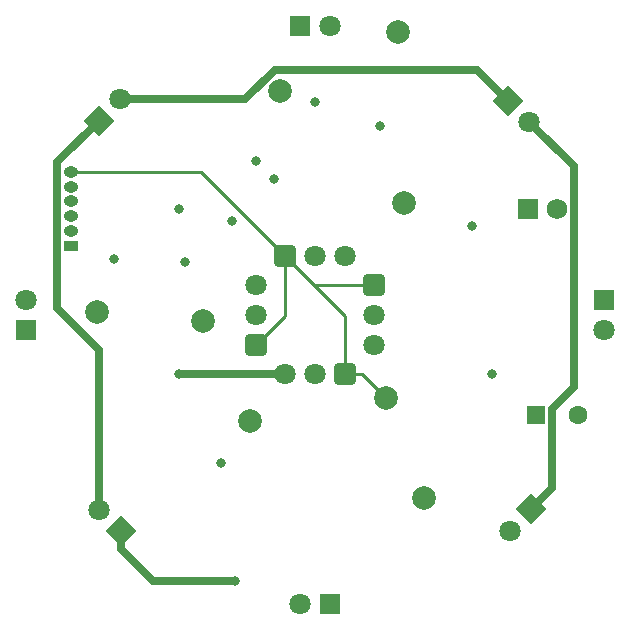
<source format=gbr>
%TF.GenerationSoftware,KiCad,Pcbnew,(6.0.1)*%
%TF.CreationDate,2022-07-03T20:59:54-07:00*%
%TF.ProjectId,EmitterDriverV2,456d6974-7465-4724-9472-697665725632,rev?*%
%TF.SameCoordinates,Original*%
%TF.FileFunction,Copper,L4,Bot*%
%TF.FilePolarity,Positive*%
%FSLAX46Y46*%
G04 Gerber Fmt 4.6, Leading zero omitted, Abs format (unit mm)*
G04 Created by KiCad (PCBNEW (6.0.1)) date 2022-07-03 20:59:54*
%MOMM*%
%LPD*%
G01*
G04 APERTURE LIST*
G04 Aperture macros list*
%AMRoundRect*
0 Rectangle with rounded corners*
0 $1 Rounding radius*
0 $2 $3 $4 $5 $6 $7 $8 $9 X,Y pos of 4 corners*
0 Add a 4 corners polygon primitive as box body*
4,1,4,$2,$3,$4,$5,$6,$7,$8,$9,$2,$3,0*
0 Add four circle primitives for the rounded corners*
1,1,$1+$1,$2,$3*
1,1,$1+$1,$4,$5*
1,1,$1+$1,$6,$7*
1,1,$1+$1,$8,$9*
0 Add four rect primitives between the rounded corners*
20,1,$1+$1,$2,$3,$4,$5,0*
20,1,$1+$1,$4,$5,$6,$7,0*
20,1,$1+$1,$6,$7,$8,$9,0*
20,1,$1+$1,$8,$9,$2,$3,0*%
%AMRotRect*
0 Rectangle, with rotation*
0 The origin of the aperture is its center*
0 $1 length*
0 $2 width*
0 $3 Rotation angle, in degrees counterclockwise*
0 Add horizontal line*
21,1,$1,$2,0,0,$3*%
G04 Aperture macros list end*
%TA.AperFunction,ComponentPad*%
%ADD10R,1.600000X1.600000*%
%TD*%
%TA.AperFunction,ComponentPad*%
%ADD11C,1.600000*%
%TD*%
%TA.AperFunction,ComponentPad*%
%ADD12C,1.800000*%
%TD*%
%TA.AperFunction,ComponentPad*%
%ADD13RotRect,1.800000X1.800000X45.000000*%
%TD*%
%TA.AperFunction,ComponentPad*%
%ADD14C,2.000000*%
%TD*%
%TA.AperFunction,ComponentPad*%
%ADD15RoundRect,0.248400X-0.651600X0.651600X-0.651600X-0.651600X0.651600X-0.651600X0.651600X0.651600X0*%
%TD*%
%TA.AperFunction,ComponentPad*%
%ADD16RoundRect,0.248400X-0.651600X-0.651600X0.651600X-0.651600X0.651600X0.651600X-0.651600X0.651600X0*%
%TD*%
%TA.AperFunction,ComponentPad*%
%ADD17RoundRect,0.248400X0.651600X-0.651600X0.651600X0.651600X-0.651600X0.651600X-0.651600X-0.651600X0*%
%TD*%
%TA.AperFunction,ComponentPad*%
%ADD18RoundRect,0.248400X0.651600X0.651600X-0.651600X0.651600X-0.651600X-0.651600X0.651600X-0.651600X0*%
%TD*%
%TA.AperFunction,ComponentPad*%
%ADD19R,1.800000X1.800000*%
%TD*%
%TA.AperFunction,ComponentPad*%
%ADD20RotRect,1.800000X1.800000X135.000000*%
%TD*%
%TA.AperFunction,ComponentPad*%
%ADD21RotRect,1.800000X1.800000X315.000000*%
%TD*%
%TA.AperFunction,ComponentPad*%
%ADD22RotRect,1.800000X1.800000X225.000000*%
%TD*%
%TA.AperFunction,ComponentPad*%
%ADD23O,1.250000X0.950000*%
%TD*%
%TA.AperFunction,ComponentPad*%
%ADD24R,1.250000X0.950000*%
%TD*%
%TA.AperFunction,ComponentPad*%
%ADD25C,1.750000*%
%TD*%
%TA.AperFunction,ComponentPad*%
%ADD26R,1.750000X1.750000*%
%TD*%
%TA.AperFunction,ViaPad*%
%ADD27C,0.800000*%
%TD*%
%TA.AperFunction,Conductor*%
%ADD28C,0.254000*%
%TD*%
%TA.AperFunction,Conductor*%
%ADD29C,0.635000*%
%TD*%
G04 APERTURE END LIST*
D10*
%TO.P,C2,1*%
%TO.N,+BATT*%
X158750000Y-78500000D03*
D11*
%TO.P,C2,2*%
%TO.N,GND*%
X162250000Y-78500000D03*
%TD*%
D12*
%TO.P,D5,2,A*%
%TO.N,Net-(D4-Pad1)*%
X123500000Y-51750000D03*
D13*
%TO.P,D5,1,K*%
%TO.N,Net-(D5-Pad1)*%
X121703949Y-53546051D03*
%TD*%
D14*
%TO.P,TP8,1,1*%
%TO.N,/RX*%
X146000000Y-77000000D03*
%TD*%
%TO.P,TP7,1,1*%
%TO.N,GND*%
X147000000Y-46000000D03*
%TD*%
%TO.P,TP6,1,1*%
%TO.N,Net-(Q5-Pad3)*%
X147500000Y-60500000D03*
%TD*%
%TO.P,TP5,1,1*%
%TO.N,Net-(Q4-Pad3)*%
X134500000Y-79000000D03*
%TD*%
%TO.P,TP4,1,1*%
%TO.N,Net-(D2-Pad1)*%
X137000000Y-51000000D03*
%TD*%
%TO.P,TP3,1,1*%
%TO.N,Net-(D1-Pad1)*%
X130500000Y-70500000D03*
%TD*%
%TO.P,TP2,1,1*%
%TO.N,GND*%
X121500000Y-69750000D03*
%TD*%
%TO.P,TP1,1,1*%
%TO.N,+BATT*%
X149250000Y-85500000D03*
%TD*%
D15*
%TO.P,U4,1,OUT*%
%TO.N,/RX*%
X145000000Y-67460000D03*
D12*
%TO.P,U4,2,GND*%
%TO.N,GND*%
X145000000Y-70000000D03*
%TO.P,U4,3,Vs*%
%TO.N,Net-(C1-Pad1)*%
X145000000Y-72540000D03*
%TD*%
D16*
%TO.P,U3,1,OUT*%
%TO.N,/RX*%
X137460000Y-65000000D03*
D12*
%TO.P,U3,2,GND*%
%TO.N,GND*%
X140000000Y-65000000D03*
%TO.P,U3,3,Vs*%
%TO.N,Net-(C1-Pad1)*%
X142540000Y-65000000D03*
%TD*%
%TO.P,U2,3,Vs*%
%TO.N,Net-(C1-Pad1)*%
X135000000Y-67460000D03*
%TO.P,U2,2,GND*%
%TO.N,GND*%
X135000000Y-70000000D03*
D17*
%TO.P,U2,1,OUT*%
%TO.N,/RX*%
X135000000Y-72540000D03*
%TD*%
D18*
%TO.P,U1,1,OUT*%
%TO.N,/RX*%
X142540000Y-75000000D03*
D12*
%TO.P,U1,2,GND*%
%TO.N,GND*%
X140000000Y-75000000D03*
%TO.P,U1,3,Vs*%
%TO.N,Net-(C1-Pad1)*%
X137460000Y-75000000D03*
%TD*%
D19*
%TO.P,D10,1,K*%
%TO.N,Net-(D10-Pad1)*%
X164500000Y-68710000D03*
D12*
%TO.P,D10,2,A*%
%TO.N,Net-(D10-Pad2)*%
X164500000Y-71250000D03*
%TD*%
%TO.P,D9,2,A*%
%TO.N,Net-(D8-Pad1)*%
X138750000Y-94500000D03*
D19*
%TO.P,D9,1,K*%
%TO.N,Net-(D10-Pad2)*%
X141290000Y-94500000D03*
%TD*%
%TO.P,D8,1,K*%
%TO.N,Net-(D8-Pad1)*%
X115500000Y-71275000D03*
D12*
%TO.P,D8,2,A*%
%TO.N,Net-(D7-Pad1)*%
X115500000Y-68735000D03*
%TD*%
D19*
%TO.P,D7,1,K*%
%TO.N,Net-(D7-Pad1)*%
X138750000Y-45500000D03*
D12*
%TO.P,D7,2,A*%
%TO.N,+BATT*%
X141290000Y-45500000D03*
%TD*%
D20*
%TO.P,D6,1,K*%
%TO.N,Net-(D6-Pad1)*%
X123546051Y-88296051D03*
D12*
%TO.P,D6,2,A*%
%TO.N,Net-(D5-Pad1)*%
X121750000Y-86500000D03*
%TD*%
D21*
%TO.P,D4,1,K*%
%TO.N,Net-(D4-Pad1)*%
X156348439Y-51848439D03*
D12*
%TO.P,D4,2,A*%
%TO.N,Net-(D3-Pad1)*%
X158144490Y-53644490D03*
%TD*%
D22*
%TO.P,D3,1,K*%
%TO.N,Net-(D3-Pad1)*%
X158296051Y-86453949D03*
D12*
%TO.P,D3,2,A*%
%TO.N,+BATT*%
X156500000Y-88250000D03*
%TD*%
D23*
%TO.P,J1,6,Pin_6*%
%TO.N,/RX*%
X119325000Y-57875000D03*
%TO.P,J1,5,Pin_5*%
%TO.N,GND*%
X119325000Y-59125000D03*
%TO.P,J1,4,Pin_4*%
%TO.N,/Mod2*%
X119325000Y-60375000D03*
%TO.P,J1,3,Pin_3*%
%TO.N,/Mod1*%
X119325000Y-61625000D03*
%TO.P,J1,2,Pin_2*%
%TO.N,/PWM*%
X119325000Y-62875000D03*
D24*
%TO.P,J1,1,Pin_1*%
%TO.N,VCC*%
X119325000Y-64125000D03*
%TD*%
D25*
%TO.P,J2,2,Pin_2*%
%TO.N,+BATT*%
X160500000Y-61000000D03*
D26*
%TO.P,J2,1,Pin_1*%
%TO.N,GND*%
X158000000Y-61000000D03*
%TD*%
D27*
%TO.N,GND*%
X155000000Y-75000000D03*
X123000000Y-65250000D03*
%TO.N,Net-(D6-Pad1)*%
X133250000Y-92500000D03*
%TO.N,+BATT*%
X153250000Y-62500000D03*
%TO.N,Net-(C1-Pad1)*%
X128500000Y-75000000D03*
%TO.N,GND*%
X132000000Y-82500000D03*
%TO.N,+BATT*%
X145500000Y-54000000D03*
%TO.N,GND*%
X133003011Y-62000000D03*
X136500000Y-58500000D03*
X135000000Y-57000000D03*
X140000000Y-52000000D03*
X128500000Y-61000000D03*
X129000000Y-65500000D03*
%TD*%
D28*
%TO.N,/RX*%
X144000000Y-75000000D02*
X142540000Y-75000000D01*
X146000000Y-77000000D02*
X144000000Y-75000000D01*
D29*
%TO.N,Net-(D3-Pad1)*%
X160067011Y-84682989D02*
X158296051Y-86453949D01*
X160067011Y-77932989D02*
X160067011Y-84682989D01*
X161892011Y-76107989D02*
X160067011Y-77932989D01*
X161892011Y-57392011D02*
X161892011Y-76107989D01*
X158144490Y-53644490D02*
X161892011Y-57392011D01*
%TO.N,Net-(D4-Pad1)*%
X136604621Y-49250000D02*
X153750000Y-49250000D01*
X153750000Y-49250000D02*
X156348439Y-51848439D01*
X123500000Y-51750000D02*
X134104621Y-51750000D01*
X134104621Y-51750000D02*
X136604621Y-49250000D01*
%TO.N,Net-(D5-Pad1)*%
X118182980Y-57067020D02*
X121703949Y-53546051D01*
X121750000Y-72981043D02*
X118182980Y-69414023D01*
X118182980Y-69414023D02*
X118182980Y-57067020D01*
X121750000Y-86500000D02*
X121750000Y-72981043D01*
%TO.N,Net-(D6-Pad1)*%
X126250000Y-92500000D02*
X123546051Y-89796051D01*
X123546051Y-89796051D02*
X123546051Y-88296051D01*
X133250000Y-92500000D02*
X126250000Y-92500000D01*
%TO.N,Net-(C1-Pad1)*%
X128500000Y-75000000D02*
X137460000Y-75000000D01*
D28*
%TO.N,/RX*%
X142540000Y-70080000D02*
X137460000Y-65000000D01*
X142540000Y-75000000D02*
X142540000Y-70080000D01*
X139920000Y-67460000D02*
X137460000Y-65000000D01*
X145000000Y-67460000D02*
X139920000Y-67460000D01*
X135000000Y-72540000D02*
X137460000Y-70080000D01*
X137460000Y-70080000D02*
X137460000Y-65000000D01*
X130335000Y-57875000D02*
X137460000Y-65000000D01*
X119325000Y-57875000D02*
X130335000Y-57875000D01*
%TD*%
M02*

</source>
